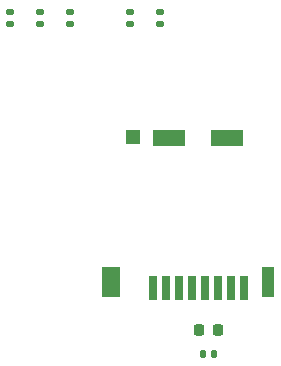
<source format=gbp>
%TF.GenerationSoftware,KiCad,Pcbnew,(6.0.5)*%
%TF.CreationDate,2022-10-23T19:39:55-05:00*%
%TF.ProjectId,floppy-console,666c6f70-7079-42d6-936f-6e736f6c652e,rev?*%
%TF.SameCoordinates,Original*%
%TF.FileFunction,Paste,Bot*%
%TF.FilePolarity,Positive*%
%FSLAX46Y46*%
G04 Gerber Fmt 4.6, Leading zero omitted, Abs format (unit mm)*
G04 Created by KiCad (PCBNEW (6.0.5)) date 2022-10-23 19:39:55*
%MOMM*%
%LPD*%
G01*
G04 APERTURE LIST*
G04 Aperture macros list*
%AMRoundRect*
0 Rectangle with rounded corners*
0 $1 Rounding radius*
0 $2 $3 $4 $5 $6 $7 $8 $9 X,Y pos of 4 corners*
0 Add a 4 corners polygon primitive as box body*
4,1,4,$2,$3,$4,$5,$6,$7,$8,$9,$2,$3,0*
0 Add four circle primitives for the rounded corners*
1,1,$1+$1,$2,$3*
1,1,$1+$1,$4,$5*
1,1,$1+$1,$6,$7*
1,1,$1+$1,$8,$9*
0 Add four rect primitives between the rounded corners*
20,1,$1+$1,$2,$3,$4,$5,0*
20,1,$1+$1,$4,$5,$6,$7,0*
20,1,$1+$1,$6,$7,$8,$9,0*
20,1,$1+$1,$8,$9,$2,$3,0*%
G04 Aperture macros list end*
%ADD10R,0.700000X2.000000*%
%ADD11R,2.700000X1.400000*%
%ADD12R,1.000000X2.600000*%
%ADD13R,1.500000X2.600000*%
%ADD14R,1.200000X1.200000*%
%ADD15RoundRect,0.225000X0.225000X0.250000X-0.225000X0.250000X-0.225000X-0.250000X0.225000X-0.250000X0*%
%ADD16RoundRect,0.135000X0.185000X-0.135000X0.185000X0.135000X-0.185000X0.135000X-0.185000X-0.135000X0*%
%ADD17RoundRect,0.140000X0.140000X0.170000X-0.140000X0.170000X-0.140000X-0.170000X0.140000X-0.170000X0*%
G04 APERTURE END LIST*
D10*
%TO.C,J1*%
X137770000Y-83820000D03*
X138870000Y-83820000D03*
X139970000Y-83820000D03*
X141070000Y-83820000D03*
X142170000Y-83820000D03*
X143270000Y-83820000D03*
X144370000Y-83820000D03*
X145470000Y-83820000D03*
D11*
X139170000Y-71120000D03*
D12*
X147570000Y-83320000D03*
D13*
X134220000Y-83320000D03*
D11*
X144070000Y-71120000D03*
D14*
X136120000Y-71020000D03*
%TD*%
D15*
%TO.C,C1*%
X141719000Y-87376000D03*
X143269000Y-87376000D03*
%TD*%
D16*
%TO.C,R4*%
X128270000Y-61470000D03*
X128270000Y-60450000D03*
%TD*%
%TO.C,R7*%
X138430000Y-61470000D03*
X138430000Y-60450000D03*
%TD*%
D17*
%TO.C,C2*%
X142974000Y-89376000D03*
X142014000Y-89376000D03*
%TD*%
D16*
%TO.C,R3*%
X125730000Y-61470000D03*
X125730000Y-60450000D03*
%TD*%
%TO.C,R6*%
X135890000Y-61470000D03*
X135890000Y-60450000D03*
%TD*%
%TO.C,R5*%
X130810000Y-61470000D03*
X130810000Y-60450000D03*
%TD*%
M02*

</source>
